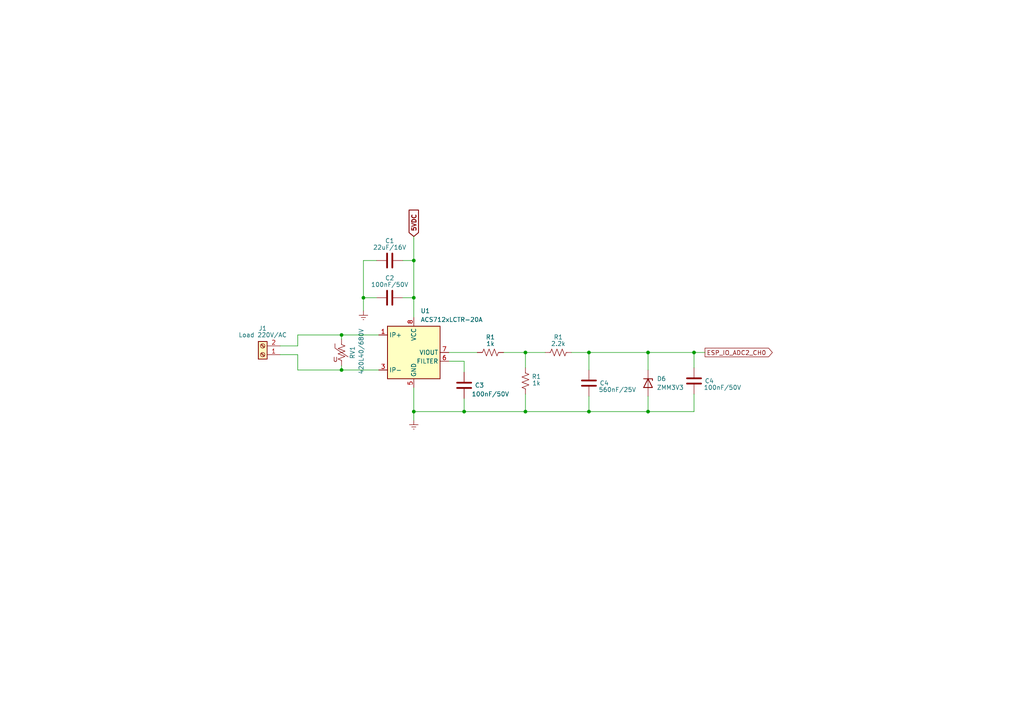
<source format=kicad_sch>
(kicad_sch (version 20230121) (generator eeschema)
  (paper "A4")
  (lib_symbols
    (symbol "Connector:Screw_Terminal_01x02" (pin_names (offset 1.016) hide)
      (property "Reference" "J" (at 0 2.54 0))
      (property "Value" "Screw_Terminal_01x02" (at 0 -5.08 0))
      (symbol "Screw_Terminal_01x02_1_1"
        (rectangle (start -1.27 1.27) (end 1.27 -3.81) (stroke (width 0.254)) (fill (type background)))
        (circle (center 0 -2.54) (radius 0.635) (stroke (width 0.1524)))
        (polyline (pts (xy -0.5334 -2.2098) (xy 0.3302 -3.048)) (stroke (width 0.1524)))
        (polyline (pts (xy -0.5334 0.3302) (xy 0.3302 -0.508)) (stroke (width 0.1524)))
        (polyline (pts (xy -0.3556 -2.032) (xy 0.508 -2.8702)) (stroke (width 0.1524)))
        (polyline (pts (xy -0.3556 0.508) (xy 0.508 -0.3302)) (stroke (width 0.1524)))
        (circle (center 0 0) (radius 0.635) (stroke (width 0.1524)))
        (pin passive line (at -5.08 0 0) (length 3.81) (name "Pin_1") (number "1"))
        (pin passive line (at -5.08 -2.54 0) (length 3.81) (name "Pin_2") (number "2"))
      )
    )
    (symbol "Device:C" (pin_numbers hide) (pin_names (offset 0.254))
      (property "Reference" "C" (at 0.635 2.54 0))
      (property "Value" "C" (at 0.635 -2.54 0))
      (symbol "C_0_1"
        (polyline (pts (xy -2.032 -0.762) (xy 2.032 -0.762)) (stroke (width 0.508)))
        (polyline (pts (xy -2.032 0.762) (xy 2.032 0.762)) (stroke (width 0.508)))
      )
      (symbol "C_1_1"
        (pin passive line (at 0 3.81 270) (length 2.794) (name "~") (number "1"))
        (pin passive line (at 0 -3.81 90) (length 2.794) (name "~") (number "2"))
      )
    )
    (symbol "Device:D_Zener" (pin_numbers hide) (pin_names (offset 1.016) hide)
      (property "Reference" "D" (at 0 2.54 0))
      (property "Value" "D_Zener" (at 0 -2.54 0))
      (symbol "D_Zener_0_1"
        (polyline (pts (xy 1.27 0) (xy -1.27 0)))
        (polyline (pts (xy -1.27 -1.27) (xy -1.27 1.27) (xy -0.762 1.27)) (stroke (width 0.254)))
        (polyline (pts (xy 1.27 -1.27) (xy 1.27 1.27) (xy -1.27 0) (xy 1.27 -1.27)) (stroke (width 0.254)))
      )
      (symbol "D_Zener_1_1"
        (pin passive line (at -3.81 0 0) (length 2.54) (name "K") (number "1"))
        (pin passive line (at 3.81 0 180) (length 2.54) (name "A") (number "2"))
      )
    )
    (symbol "Device:R_US" (pin_numbers hide) (pin_names (offset 0))
      (property "Reference" "R" (at 2.54 0 90))
      (property "Value" "R_US" (at -2.54 0 90))
      (symbol "R_US_0_1"
        (polyline (pts (xy 0 -2.286) (xy 0 -2.54)))
        (polyline (pts (xy 0 2.286) (xy 0 2.54)))
        (polyline (pts (xy 0 -0.762) (xy 1.016 -1.143) (xy 0 -1.524) (xy -1.016 -1.905) (xy 0 -2.286)))
        (polyline (pts (xy 0 0.762) (xy 1.016 0.381) (xy 0 0) (xy -1.016 -0.381) (xy 0 -0.762)))
        (polyline (pts (xy 0 2.286) (xy 1.016 1.905) (xy 0 1.524) (xy -1.016 1.143) (xy 0 0.762)))
      )
      (symbol "R_US_1_1"
        (pin passive line (at 0 3.81 270) (length 1.27) (name "~") (number "1"))
        (pin passive line (at 0 -3.81 90) (length 1.27) (name "~") (number "2"))
      )
    )
    (symbol "Device:Varistor_US" (pin_numbers hide) (pin_names (offset 0))
      (property "Reference" "RV" (at 3.175 0 90))
      (property "Value" "Varistor_US" (at -3.175 0 90))
      (symbol "Varistor_US_0_0"
        (text "U" (at -1.778 -2.032 0) (effects (font (size 1.27 1.27))))
      )
      (symbol "Varistor_US_0_1"
        (polyline (pts (xy 0 -2.286) (xy 0 -2.54)))
        (polyline (pts (xy 0 2.286) (xy 0 2.54)))
        (polyline (pts (xy -1.905 2.54) (xy -1.905 1.27) (xy 1.905 -1.27)))
        (polyline (pts (xy 0 -0.762) (xy 1.016 -1.143) (xy 0 -1.524) (xy -1.016 -1.905) (xy 0 -2.286)))
        (polyline (pts (xy 0 0.762) (xy 1.016 0.381) (xy 0 0) (xy -1.016 -0.381) (xy 0 -0.762)))
        (polyline (pts (xy 0 2.286) (xy 1.016 1.905) (xy 0 1.524) (xy -1.016 1.143) (xy 0 0.762)))
      )
      (symbol "Varistor_US_1_1"
        (pin passive line (at 0 3.81 270) (length 1.27) (name "~") (number "1"))
        (pin passive line (at 0 -3.81 90) (length 1.27) (name "~") (number "2"))
      )
    )
    (symbol "Sensor_Current:ACS712xLCTR-20A"
      (property "Reference" "U" (at 2.54 11.43 0))
      (property "Value" "ACS712xLCTR-20A" (at 2.54 8.89 0))
      (symbol "ACS712xLCTR-20A_0_1"
        (rectangle (start -7.62 7.62) (end 7.62 -7.62) (stroke (width 0.254)) (fill (type background)))
      )
      (symbol "ACS712xLCTR-20A_1_1"
        (pin passive line (at -10.16 5.08 0) (length 2.54) (name "IP+") (number "1"))
        (pin passive line (at -10.16 5.08 0) (length 2.54) hide (name "IP+") (number "2"))
        (pin passive line (at -10.16 -5.08 0) (length 2.54) (name "IP-") (number "3"))
        (pin passive line (at -10.16 -5.08 0) (length 2.54) hide (name "IP-") (number "4"))
        (pin power_in line (at 0 -10.16 90) (length 2.54) (name "GND") (number "5"))
        (pin passive line (at 10.16 -2.54 180) (length 2.54) (name "FILTER") (number "6"))
        (pin output line (at 10.16 0 180) (length 2.54) (name "VIOUT") (number "7"))
        (pin power_in line (at 0 10.16 270) (length 2.54) (name "VCC") (number "8"))
      )
    )
    (symbol "power:Earth" (power) (pin_names (offset 0))
      (symbol "Earth_0_1"
        (polyline (pts (xy -0.635 -1.905) (xy 0.635 -1.905)))
        (polyline (pts (xy -0.127 -2.54) (xy 0.127 -2.54)))
        (polyline (pts (xy 0 -1.27) (xy 0 0)))
        (polyline (pts (xy 1.27 -1.27) (xy -1.27 -1.27)))
      )
      (symbol "Earth_1_1"
        (pin power_in line (at 0 0 270) (length 0) hide (name "Earth") (number "1"))
      )
    )
  )
  (junction (at 120.015 86.36))
  (junction (at 201.295 102.235))
  (junction (at 187.96 102.235))
  (junction (at 152.4 102.235))
  (junction (at 105.41 86.36))
  (junction (at 120.015 119.38))
  (junction (at 134.62 119.38))
  (junction (at 170.815 102.235))
  (junction (at 170.815 119.38))
  (junction (at 152.4 119.38))
  (junction (at 187.96 119.38))
  (junction (at 99.06 97.155))
  (junction (at 120.015 75.565))
  (junction (at 99.06 107.315))
  (wire (pts (xy 170.815 102.235) (xy 187.96 102.235)))
  (wire (pts (xy 152.4 102.235) (xy 158.115 102.235)))
  (wire (pts (xy 134.62 115.57) (xy 134.62 119.38)))
  (wire (pts (xy 86.36 107.315) (xy 99.06 107.315)))
  (wire (pts (xy 170.815 107.315) (xy 170.815 102.235)))
  (wire (pts (xy 86.36 107.315) (xy 86.36 102.87)))
  (wire (pts (xy 201.295 106.68) (xy 201.295 102.235)))
  (wire (pts (xy 120.015 112.395) (xy 120.015 119.38)))
  (wire (pts (xy 201.295 102.235) (xy 204.47 102.235)))
  (wire (pts (xy 170.815 119.38) (xy 187.96 119.38)))
  (wire (pts (xy 120.015 68.58) (xy 120.015 75.565)))
  (wire (pts (xy 130.175 102.235) (xy 138.43 102.235)))
  (wire (pts (xy 105.41 86.36) (xy 105.41 90.17)))
  (wire (pts (xy 170.815 114.935) (xy 170.815 119.38)))
  (wire (pts (xy 105.41 86.36) (xy 109.22 86.36)))
  (wire (pts (xy 109.22 75.565) (xy 105.41 75.565)))
  (wire (pts (xy 99.06 106.045) (xy 99.06 107.315)))
  (wire (pts (xy 187.96 102.235) (xy 187.96 107.315)))
  (wire (pts (xy 134.62 104.775) (xy 134.62 107.95)))
  (wire (pts (xy 99.06 107.315) (xy 109.855 107.315)))
  (wire (pts (xy 116.84 86.36) (xy 120.015 86.36)))
  (wire (pts (xy 134.62 119.38) (xy 152.4 119.38)))
  (wire (pts (xy 116.84 75.565) (xy 120.015 75.565)))
  (wire (pts (xy 86.36 97.155) (xy 99.06 97.155)))
  (wire (pts (xy 99.06 97.155) (xy 99.06 98.425)))
  (wire (pts (xy 165.735 102.235) (xy 170.815 102.235)))
  (wire (pts (xy 152.4 119.38) (xy 170.815 119.38)))
  (wire (pts (xy 99.06 97.155) (xy 109.855 97.155)))
  (wire (pts (xy 134.62 119.38) (xy 120.015 119.38)))
  (wire (pts (xy 187.96 114.935) (xy 187.96 119.38)))
  (wire (pts (xy 201.295 119.38) (xy 187.96 119.38)))
  (wire (pts (xy 86.36 100.33) (xy 81.28 100.33)))
  (wire (pts (xy 152.4 102.235) (xy 152.4 106.68)))
  (wire (pts (xy 120.015 75.565) (xy 120.015 86.36)))
  (wire (pts (xy 130.175 104.775) (xy 134.62 104.775)))
  (wire (pts (xy 86.36 97.155) (xy 86.36 100.33)))
  (wire (pts (xy 105.41 75.565) (xy 105.41 86.36)))
  (wire (pts (xy 120.015 86.36) (xy 120.015 92.075)))
  (wire (pts (xy 120.015 119.38) (xy 120.015 121.92)))
  (wire (pts (xy 152.4 114.3) (xy 152.4 119.38)))
  (wire (pts (xy 201.295 114.3) (xy 201.295 119.38)))
  (wire (pts (xy 86.36 102.87) (xy 81.28 102.87)))
  (wire (pts (xy 146.05 102.235) (xy 152.4 102.235)))
  (wire (pts (xy 187.96 102.235) (xy 201.295 102.235)))
  (global_label "ESP_IO_ADC2_CH0" (shape output) (at 204.47 102.235 0) (property "Intersheetrefs" "${INTERSHEET_REFS}" (effects hide)))
  (global_label "5VDC" (shape input) (at 120.015 68.58 90) (effects (font (thickness 0.254) bold)) (property "Intersheetrefs" "${INTERSHEET_REFS}" (effects hide)))
  (symbol (lib_id "Device:C") (at 113.03 86.36 90) (unit 1)
    (property "Reference" "C2" (at 113.03 80.645 90))
    (property "Value" "100nF/50V" (at 113.03 82.55 90))
    (property "Footprint" "Capacitor_SMD:C_0603_1608Metric" (effects hide))
    (instances (project "ACS712_3V3_Output" (path "" (reference "C2") (unit 1))) (project "Relay_Control" (path "" (reference "C18") (unit 1))) (project "PIF_Lab_Internship_Project" (path "" (reference "C18") (unit 1))) (project "Intership_board" (path "" (reference "C18") (unit 1))))
  )
  (symbol (lib_id "Device:D_Zener") (at 187.96 111.125 270) (unit 1)
    (property "Reference" "D6" (at 190.5 109.855 90) (effects (justify left)))
    (property "Value" "ZMM3V3" (at 190.5 112.395 90) (effects (justify left)))
    (property "Footprint" "Diode_SMD:D_MiniMELF" (effects hide))
    (instances (project "Relay_Control" (path "" (reference "D6") (unit 1))) (project "PIF_Lab_Internship_Project" (path "" (reference "D6") (unit 1))) (project "Intership_board" (path "" (reference "D7") (unit 1))))
  )
  (symbol (lib_id "Connector:Screw_Terminal_01x02") (at 76.2 102.87 180) (unit 1)
    (property "Reference" "J1" (at 76.2 95.25 0))
    (property "Value" "Load 220V/AC" (at 76.2 97.155 0))
    (property "Footprint" "TerminalBlock_MetzConnect:TerminalBlock_MetzConnect_Type703_RT10N02HGLU_1x02_P9.52mm_Horizontal" (effects hide))
    (instances (project "ACS712_3V3_Output" (path "" (reference "J1") (unit 1))) (project "Relay_Control" (path "" (reference "J6") (unit 1))) (project "PIF_Lab_Internship_Project" (path "" (reference "J6") (unit 1))) (project "Intership_board" (path "" (reference "J8") (unit 1))))
  )
  (symbol (lib_id "Sensor_Current:ACS712xLCTR-20A") (at 120.015 102.235 0) (unit 1)
    (property "Reference" "U1" (at 121.9709 90.17 0) (effects (justify left)))
    (property "Value" "ACS712xLCTR-20A" (at 121.9709 92.71 0) (effects (justify left)))
    (property "Footprint" "Package_SO:SOIC-8_3.9x4.9mm_P1.27mm" (effects hide))
    (property "Datasheet" "http://www.allegromicro.com/~/media/Files/Datasheets/ACS712-Datasheet.ashx?la=en" (effects hide))
    (instances (project "ACS712_3V3_Output" (path "" (reference "U1") (unit 1))) (project "Relay_Control" (path "" (reference "U8") (unit 1))) (project "PIF_Lab_Internship_Project" (path "" (reference "U8") (unit 1))) (project "Intership_board" (path "" (reference "U9") (unit 1))))
  )
  (symbol (lib_id "Device:R_US") (at 152.4 110.49 180) (unit 1)
    (property "Reference" "R1" (at 155.575 109.22 0))
    (property "Value" "1k" (at 155.575 111.125 0))
    (property "Footprint" "Resistor_SMD:R_0805_2012Metric" (effects hide))
    (instances (project "ACS712_3V3_Output" (path "" (reference "R1") (unit 1))) (project "Relay_Control" (path "" (reference "R15") (unit 1))) (project "PIF_Lab_Internship_Project" (path "" (reference "R18") (unit 1))) (project "Intership_board" (path "" (reference "R19") (unit 1))))
  )
  (symbol (lib_id "Device:C") (at 201.295 110.49 180) (unit 1)
    (property "Reference" "C4" (at 205.74 110.49 0))
    (property "Value" "100nF/50V" (at 209.55 112.395 0))
    (property "Footprint" "Capacitor_SMD:C_0603_1608Metric" (effects hide))
    (instances (project "ACS712_3V3_Output" (path "" (reference "C4") (unit 1))) (project "Relay_Control" (path "" (reference "C20") (unit 1))) (project "PIF_Lab_Internship_Project" (path "" (reference "C21") (unit 1))) (project "Intership_board" (path "" (reference "C21") (unit 1))))
  )
  (symbol (lib_id "Device:C") (at 134.62 111.76 180) (unit 1)
    (property "Reference" "C3" (at 139.065 111.76 0))
    (property "Value" "100nF/50V" (at 142.24 114.3 0))
    (property "Footprint" "Capacitor_SMD:C_0603_1608Metric" (effects hide))
    (instances (project "ACS712_3V3_Output" (path "" (reference "C3") (unit 1))) (project "Relay_Control" (path "" (reference "C19") (unit 1))) (project "PIF_Lab_Internship_Project" (path "" (reference "C19") (unit 1))) (project "Intership_board" (path "" (reference "C19") (unit 1))))
  )
  (symbol (lib_id "Device:C") (at 113.03 75.565 90) (unit 1)
    (property "Reference" "C1" (at 113.03 69.85 90))
    (property "Value" "22uF/16V" (at 113.03 71.755 90))
    (property "Footprint" "Capacitor_SMD:C_0805_2012Metric" (effects hide))
    (instances (project "ACS712_3V3_Output" (path "" (reference "C1") (unit 1))) (project "Relay_Control" (path "" (reference "C17") (unit 1))) (project "PIF_Lab_Internship_Project" (path "" (reference "C17") (unit 1))) (project "Intership_board" (path "" (reference "C17") (unit 1))))
  )
  (symbol (lib_id "Device:R_US") (at 142.24 102.235 90) (unit 1)
    (property "Reference" "R1" (at 142.24 97.79 90))
    (property "Value" "1k" (at 142.24 99.695 90))
    (property "Footprint" "Resistor_SMD:R_0805_2012Metric" (effects hide))
    (instances (project "ACS712_3V3_Output" (path "" (reference "R1") (unit 1))) (project "Relay_Control" (path "" (reference "R15") (unit 1))) (project "PIF_Lab_Internship_Project" (path "" (reference "R17") (unit 1))) (project "Intership_board" (path "" (reference "R18") (unit 1))))
  )
  (symbol (lib_id "Device:R_US") (at 161.925 102.235 90) (unit 1)
    (property "Reference" "R1" (at 161.925 97.79 90))
    (property "Value" "2.2k" (at 161.925 99.695 90))
    (property "Footprint" "Resistor_SMD:R_0805_2012Metric" (effects hide))
    (instances (project "ACS712_3V3_Output" (path "" (reference "R1") (unit 1))) (project "Relay_Control" (path "" (reference "R15") (unit 1))) (project "PIF_Lab_Internship_Project" (path "" (reference "R19") (unit 1))) (project "Intership_board" (path "" (reference "R20") (unit 1))))
  )
  (symbol (lib_id "Device:C") (at 170.815 111.125 180) (unit 1)
    (property "Reference" "C4" (at 175.26 111.125 0))
    (property "Value" "560nF/25V" (at 179.07 113.03 0))
    (property "Footprint" "Capacitor_SMD:C_0603_1608Metric" (effects hide))
    (instances (project "ACS712_3V3_Output" (path "" (reference "C4") (unit 1))) (project "Relay_Control" (path "" (reference "C20") (unit 1))) (project "PIF_Lab_Internship_Project" (path "" (reference "C20") (unit 1))) (project "Intership_board" (path "" (reference "C20") (unit 1))))
  )
  (symbol (lib_id "Device:Varistor_US") (at 99.06 102.235 0) (unit 1)
    (property "Reference" "RV1" (at 102.235 104.14 90) (effects (justify left)))
    (property "Value" "420L40/680V" (at 104.775 108.585 90) (effects (justify left)))
    (property "Footprint" "Varistor:RV_Disc_D15.5mm_W8mm_P7.5mm" (effects hide))
    (property "Sim.Name" "kicad_builtin_varistor" (effects hide))
    (property "Sim.Device" "SUBCKT" (effects hide))
    (property "Sim.Pins" "1=A 2=B" (effects hide))
    (property "Sim.Params" "threshold=1k" (effects hide))
    (property "Sim.Library" "${KICAD7_SYMBOL_DIR}/Simulation_SPICE.sp" (effects hide))
    (instances (project "Relay_12V" (path "" (reference "RV1") (unit 1))) (project "Relay_Control" (path "" (reference "RV2") (unit 1))) (project "PIF_Lab_Internship_Project" (path "" (reference "RV2") (unit 1))) (project "HLK-10M12_220VAC_to_12VDC" (path "" (reference "RV1") (unit 1))) (project "Intership_board" (path "" (reference "RV2") (unit 1)) (path "" (reference "RV4") (unit 1))))
  )
  (symbol (lib_id "power:Earth") (at 120.015 121.92 0) (unit 1)
    (property "Reference" "#PWR02" (effects hide))
    (property "Value" "Earth" (effects hide))
    (instances (project "ACS712_3V3_Output" (path "" (reference "#PWR02") (unit 1))) (project "Relay_Control" (path "" (reference "#PWR022") (unit 1))) (project "PIF_Lab_Internship_Project" (path "" (reference "#PWR020") (unit 1))) (project "Intership_board" (path "" (reference "#PWR017") (unit 1))))
  )
  (symbol (lib_id "power:Earth") (at 105.41 90.17 0) (unit 1)
    (property "Reference" "#PWR01" (effects hide))
    (property "Value" "Earth" (effects hide))
    (instances (project "ACS712_3V3_Output" (path "" (reference "#PWR01") (unit 1))) (project "Relay_Control" (path "" (reference "#PWR021") (unit 1))) (project "PIF_Lab_Internship_Project" (path "" (reference "#PWR019") (unit 1))) (project "Intership_board" (path "" (reference "#PWR016") (unit 1))))
  )
)
</source>
